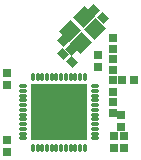
<source format=gts>
%FSLAX24Y24*%
%MOIN*%
G70*
G01*
G75*
G04 Layer_Color=8388736*
%ADD10R,0.0197X0.0256*%
%ADD11R,0.0197X0.0236*%
%ADD12R,0.0236X0.0197*%
%ADD13R,0.0400X0.0370*%
G04:AMPARAMS|DCode=14|XSize=47.2mil|YSize=43.3mil|CornerRadius=0mil|HoleSize=0mil|Usage=FLASHONLY|Rotation=225.000|XOffset=0mil|YOffset=0mil|HoleType=Round|Shape=Rectangle|*
%AMROTATEDRECTD14*
4,1,4,0.0014,0.0320,0.0320,0.0014,-0.0014,-0.0320,-0.0320,-0.0014,0.0014,0.0320,0.0*
%
%ADD14ROTATEDRECTD14*%

%ADD15O,0.0256X0.0079*%
%ADD16O,0.0079X0.0256*%
%ADD17R,0.1850X0.1850*%
G04:AMPARAMS|DCode=18|XSize=19.7mil|YSize=23.6mil|CornerRadius=0mil|HoleSize=0mil|Usage=FLASHONLY|Rotation=225.000|XOffset=0mil|YOffset=0mil|HoleType=Round|Shape=Rectangle|*
%AMROTATEDRECTD18*
4,1,4,-0.0014,0.0153,0.0153,-0.0014,0.0014,-0.0153,-0.0153,0.0014,-0.0014,0.0153,0.0*
%
%ADD18ROTATEDRECTD18*%

%ADD19C,0.0370*%
%ADD20C,0.0080*%
%ADD21C,0.0090*%
%ADD22C,0.0060*%
%ADD23C,0.0240*%
%ADD24C,0.0260*%
%ADD25C,0.0098*%
%ADD26C,0.0079*%
%ADD27C,0.0050*%
%ADD28R,0.0257X0.0316*%
%ADD29R,0.0257X0.0296*%
%ADD30R,0.0296X0.0257*%
G04:AMPARAMS|DCode=31|XSize=53.2mil|YSize=49.3mil|CornerRadius=0mil|HoleSize=0mil|Usage=FLASHONLY|Rotation=225.000|XOffset=0mil|YOffset=0mil|HoleType=Round|Shape=Rectangle|*
%AMROTATEDRECTD31*
4,1,4,0.0014,0.0363,0.0363,0.0014,-0.0014,-0.0363,-0.0363,-0.0014,0.0014,0.0363,0.0*
%
%ADD31ROTATEDRECTD31*%

%ADD32O,0.0316X0.0139*%
%ADD33O,0.0139X0.0316*%
%ADD34R,0.1910X0.1910*%
G04:AMPARAMS|DCode=35|XSize=25.7mil|YSize=29.6mil|CornerRadius=0mil|HoleSize=0mil|Usage=FLASHONLY|Rotation=225.000|XOffset=0mil|YOffset=0mil|HoleType=Round|Shape=Rectangle|*
%AMROTATEDRECTD35*
4,1,4,-0.0014,0.0196,0.0196,-0.0014,0.0014,-0.0196,-0.0196,0.0014,-0.0014,0.0196,0.0*
%
%ADD35ROTATEDRECTD35*%

D28*
X1790Y1767D02*
D03*
Y1393D02*
D03*
X2070Y-103D02*
D03*
Y-477D02*
D03*
X1790Y347D02*
D03*
Y-27D02*
D03*
D29*
Y2487D02*
D03*
Y2093D02*
D03*
Y1067D02*
D03*
Y673D02*
D03*
X2170Y-1197D02*
D03*
Y-803D02*
D03*
X1840D02*
D03*
Y-1197D02*
D03*
X-1720Y-923D02*
D03*
Y-1317D02*
D03*
X1290Y1523D02*
D03*
Y1917D02*
D03*
X-1720Y921D02*
D03*
Y1315D02*
D03*
D30*
X2497Y1090D02*
D03*
X2103D02*
D03*
D31*
X1221Y2782D02*
D03*
X832Y3171D02*
D03*
X748Y2308D02*
D03*
X358Y2698D02*
D03*
D32*
X-1191Y866D02*
D03*
Y709D02*
D03*
Y551D02*
D03*
Y394D02*
D03*
Y236D02*
D03*
Y79D02*
D03*
Y-79D02*
D03*
Y-236D02*
D03*
Y-394D02*
D03*
Y-551D02*
D03*
Y-709D02*
D03*
Y-866D02*
D03*
X1191D02*
D03*
Y-709D02*
D03*
Y-551D02*
D03*
Y-394D02*
D03*
Y-236D02*
D03*
Y-79D02*
D03*
Y79D02*
D03*
Y236D02*
D03*
Y394D02*
D03*
Y551D02*
D03*
Y709D02*
D03*
Y866D02*
D03*
D33*
X-866Y-1191D02*
D03*
X-709D02*
D03*
X-551D02*
D03*
X-394D02*
D03*
X-236D02*
D03*
X-79D02*
D03*
X79D02*
D03*
X236D02*
D03*
X394D02*
D03*
X551D02*
D03*
X709D02*
D03*
X866D02*
D03*
Y1191D02*
D03*
X709D02*
D03*
X551D02*
D03*
X394D02*
D03*
X236D02*
D03*
X79D02*
D03*
X-79D02*
D03*
X-236D02*
D03*
X-394D02*
D03*
X-551D02*
D03*
X-709D02*
D03*
X-866D02*
D03*
D34*
X0Y0D02*
D03*
D35*
X429Y1661D02*
D03*
X151Y1939D02*
D03*
X409Y2081D02*
D03*
X131Y2359D02*
D03*
X1181Y3409D02*
D03*
X1459Y3131D02*
D03*
M02*

</source>
